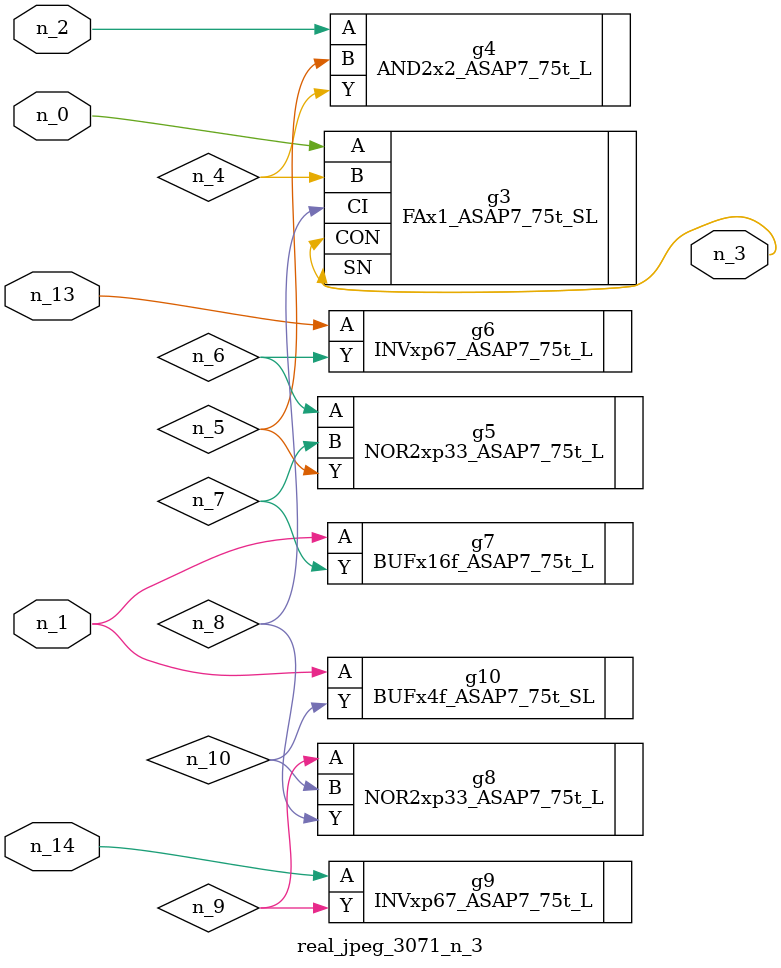
<source format=v>
module real_jpeg_3071_n_3 (n_0, n_1, n_14, n_2, n_13, n_3);

input n_0;
input n_1;
input n_14;
input n_2;
input n_13;

output n_3;

wire n_5;
wire n_8;
wire n_4;
wire n_6;
wire n_7;
wire n_10;
wire n_9;

FAx1_ASAP7_75t_SL g3 ( 
.A(n_0),
.B(n_4),
.CI(n_8),
.CON(n_3),
.SN(n_3)
);

BUFx16f_ASAP7_75t_L g7 ( 
.A(n_1),
.Y(n_7)
);

BUFx4f_ASAP7_75t_SL g10 ( 
.A(n_1),
.Y(n_10)
);

AND2x2_ASAP7_75t_L g4 ( 
.A(n_2),
.B(n_5),
.Y(n_4)
);

NOR2xp33_ASAP7_75t_L g5 ( 
.A(n_6),
.B(n_7),
.Y(n_5)
);

NOR2xp33_ASAP7_75t_L g8 ( 
.A(n_9),
.B(n_10),
.Y(n_8)
);

INVxp67_ASAP7_75t_L g6 ( 
.A(n_13),
.Y(n_6)
);

INVxp67_ASAP7_75t_L g9 ( 
.A(n_14),
.Y(n_9)
);


endmodule
</source>
